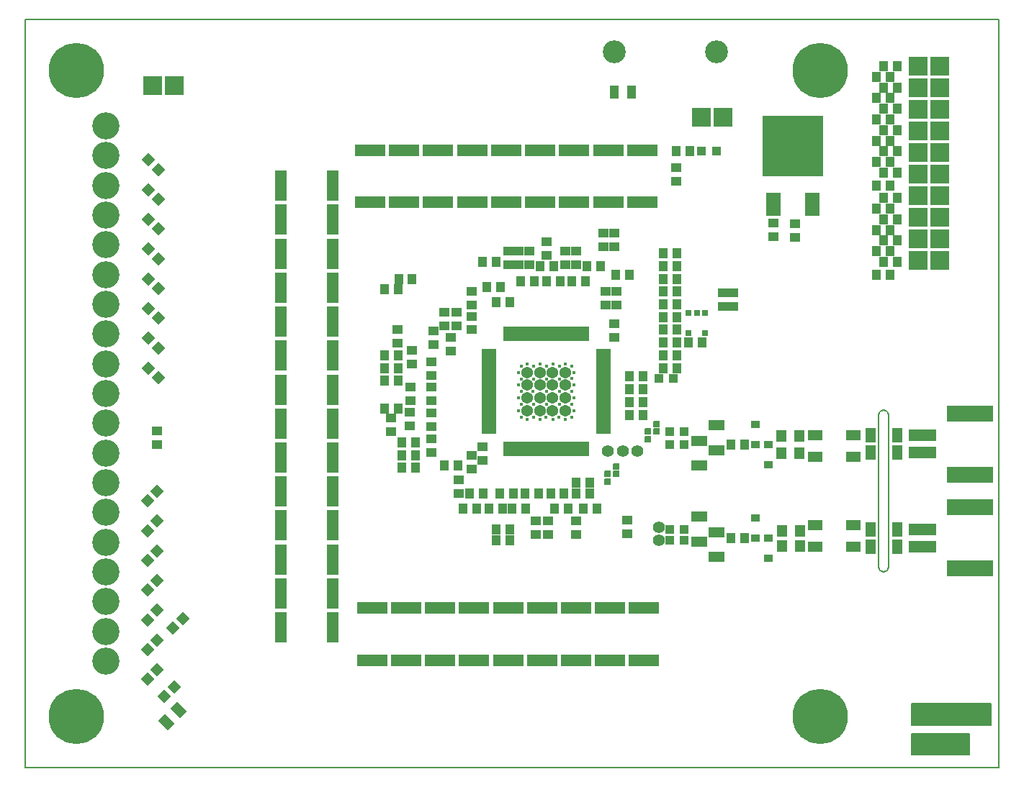
<source format=gbr>
G04 PROTEUS GERBER X2 FILE*
%TF.GenerationSoftware,Labcenter,Proteus,8.11-SP1-Build30228*%
%TF.CreationDate,2022-02-22T19:14:10+00:00*%
%TF.FileFunction,Soldermask,Top*%
%TF.FilePolarity,Negative*%
%TF.Part,Single*%
%TF.SameCoordinates,{6c2897ae-c00c-46c9-bae6-367ef81e3b77}*%
%FSLAX45Y45*%
%MOMM*%
G01*
%TA.AperFunction,Material*%
%ADD57C,0.050800*%
%ADD58C,0.381000*%
%AMPPAD053*
4,1,36,
-0.508000,0.711200,
0.508000,0.711200,
0.523580,0.709680,
0.537990,0.705320,
0.550940,0.698390,
0.562170,0.689170,
0.571390,0.677950,
0.578320,0.664990,
0.582680,0.650580,
0.584200,0.635000,
0.584200,-0.635000,
0.582680,-0.650580,
0.578320,-0.664990,
0.571390,-0.677950,
0.562170,-0.689170,
0.550940,-0.698390,
0.537990,-0.705320,
0.523580,-0.709680,
0.508000,-0.711200,
-0.508000,-0.711200,
-0.523580,-0.709680,
-0.537990,-0.705320,
-0.550940,-0.698390,
-0.562170,-0.689170,
-0.571390,-0.677950,
-0.578320,-0.664990,
-0.582680,-0.650580,
-0.584200,-0.635000,
-0.584200,0.635000,
-0.582680,0.650580,
-0.578320,0.664990,
-0.571390,0.677950,
-0.562170,0.689170,
-0.550940,0.698390,
-0.537990,0.705320,
-0.523580,0.709680,
-0.508000,0.711200,
0*%
%ADD59PPAD053*%
%AMPPAD054*
4,1,36,
-0.508000,0.838200,
0.508000,0.838200,
0.523580,0.836680,
0.537990,0.832320,
0.550940,0.825390,
0.562170,0.816170,
0.571390,0.804950,
0.578320,0.791990,
0.582680,0.777580,
0.584200,0.762000,
0.584200,-0.762000,
0.582680,-0.777580,
0.578320,-0.791990,
0.571390,-0.804950,
0.562170,-0.816170,
0.550940,-0.825390,
0.537990,-0.832320,
0.523580,-0.836680,
0.508000,-0.838200,
-0.508000,-0.838200,
-0.523580,-0.836680,
-0.537990,-0.832320,
-0.550940,-0.825390,
-0.562170,-0.816170,
-0.571390,-0.804950,
-0.578320,-0.791990,
-0.582680,-0.777580,
-0.584200,-0.762000,
-0.584200,0.762000,
-0.582680,0.777580,
-0.578320,0.791990,
-0.571390,0.804950,
-0.562170,0.816170,
-0.550940,0.825390,
-0.537990,0.832320,
-0.523580,0.836680,
-0.508000,0.838200,
0*%
%ADD60PPAD054*%
%TA.AperFunction,Material*%
%ADD61C,6.502400*%
%AMPPAD056*
4,1,36,
0.838200,0.508000,
0.838200,-0.508000,
0.836680,-0.523580,
0.832320,-0.537990,
0.825390,-0.550940,
0.816170,-0.562170,
0.804950,-0.571390,
0.791990,-0.578320,
0.777580,-0.582680,
0.762000,-0.584200,
-0.762000,-0.584200,
-0.777580,-0.582680,
-0.791990,-0.578320,
-0.804950,-0.571390,
-0.816170,-0.562170,
-0.825390,-0.550940,
-0.832320,-0.537990,
-0.836680,-0.523580,
-0.838200,-0.508000,
-0.838200,0.508000,
-0.836680,0.523580,
-0.832320,0.537990,
-0.825390,0.550940,
-0.816170,0.562170,
-0.804950,0.571390,
-0.791990,0.578320,
-0.777580,0.582680,
-0.762000,0.584200,
0.762000,0.584200,
0.777580,0.582680,
0.791990,0.578320,
0.804950,0.571390,
0.816170,0.562170,
0.825390,0.550940,
0.832320,0.537990,
0.836680,0.523580,
0.838200,0.508000,
0*%
%TA.AperFunction,Material*%
%ADD62PPAD056*%
%AMPPAD057*
4,1,36,
1.600200,0.635000,
1.600200,-0.635000,
1.598680,-0.650580,
1.594320,-0.664990,
1.587390,-0.677940,
1.578170,-0.689170,
1.566950,-0.698390,
1.553990,-0.705320,
1.539580,-0.709680,
1.524000,-0.711200,
-1.524000,-0.711200,
-1.539580,-0.709680,
-1.553990,-0.705320,
-1.566950,-0.698390,
-1.578170,-0.689170,
-1.587390,-0.677940,
-1.594320,-0.664990,
-1.598680,-0.650580,
-1.600200,-0.635000,
-1.600200,0.635000,
-1.598680,0.650580,
-1.594320,0.664990,
-1.587390,0.677940,
-1.578170,0.689170,
-1.566950,0.698390,
-1.553990,0.705320,
-1.539580,0.709680,
-1.524000,0.711200,
1.524000,0.711200,
1.539580,0.709680,
1.553990,0.705320,
1.566950,0.698390,
1.578170,0.689170,
1.587390,0.677940,
1.594320,0.664990,
1.598680,0.650580,
1.600200,0.635000,
0*%
%ADD63PPAD057*%
%AMPPAD058*
4,1,36,
2.717800,0.863600,
2.717800,-0.863600,
2.716280,-0.879180,
2.711920,-0.893590,
2.704990,-0.906540,
2.695770,-0.917770,
2.684550,-0.926990,
2.671590,-0.933920,
2.657180,-0.938280,
2.641600,-0.939800,
-2.641600,-0.939800,
-2.657180,-0.938280,
-2.671590,-0.933920,
-2.684550,-0.926990,
-2.695770,-0.917770,
-2.704990,-0.906540,
-2.711920,-0.893590,
-2.716280,-0.879180,
-2.717800,-0.863600,
-2.717800,0.863600,
-2.716280,0.879180,
-2.711920,0.893590,
-2.704990,0.906540,
-2.695770,0.917770,
-2.684550,0.926990,
-2.671590,0.933920,
-2.657180,0.938280,
-2.641600,0.939800,
2.641600,0.939800,
2.657180,0.938280,
2.671590,0.933920,
2.684550,0.926990,
2.695770,0.917770,
2.704990,0.906540,
2.711920,0.893590,
2.716280,0.879180,
2.717800,0.863600,
0*%
%ADD64PPAD058*%
%TA.AperFunction,Material*%
%ADD65C,3.200400*%
%AMPPAD060*
4,1,36,
1.778000,0.622300,
1.778000,-0.622300,
1.776480,-0.637880,
1.772120,-0.652290,
1.765190,-0.665240,
1.755970,-0.676470,
1.744750,-0.685690,
1.731790,-0.692620,
1.717380,-0.696980,
1.701800,-0.698500,
-1.701800,-0.698500,
-1.717380,-0.696980,
-1.731790,-0.692620,
-1.744750,-0.685690,
-1.755970,-0.676470,
-1.765190,-0.665240,
-1.772120,-0.652290,
-1.776480,-0.637880,
-1.778000,-0.622300,
-1.778000,0.622300,
-1.776480,0.637880,
-1.772120,0.652290,
-1.765190,0.665240,
-1.755970,0.676470,
-1.744750,0.685690,
-1.731790,0.692620,
-1.717380,0.696980,
-1.701800,0.698500,
1.701800,0.698500,
1.717380,0.696980,
1.731790,0.692620,
1.744750,0.685690,
1.755970,0.676470,
1.765190,0.665240,
1.772120,0.652290,
1.776480,0.637880,
1.778000,0.622300,
0*%
%TA.AperFunction,Material*%
%ADD66PPAD060*%
%AMPPAD061*
4,1,36,
-0.622300,1.778000,
0.622300,1.778000,
0.637880,1.776480,
0.652290,1.772120,
0.665240,1.765190,
0.676470,1.755970,
0.685690,1.744750,
0.692620,1.731790,
0.696980,1.717380,
0.698500,1.701800,
0.698500,-1.701800,
0.696980,-1.717380,
0.692620,-1.731790,
0.685690,-1.744750,
0.676470,-1.755970,
0.665240,-1.765190,
0.652290,-1.772120,
0.637880,-1.776480,
0.622300,-1.778000,
-0.622300,-1.778000,
-0.637880,-1.776480,
-0.652290,-1.772120,
-0.665240,-1.765190,
-0.676470,-1.755970,
-0.685690,-1.744750,
-0.692620,-1.731790,
-0.696980,-1.717380,
-0.698500,-1.701800,
-0.698500,1.701800,
-0.696980,1.717380,
-0.692620,1.731790,
-0.685690,1.744750,
-0.676470,1.755970,
-0.665240,1.765190,
-0.652290,1.772120,
-0.637880,1.776480,
-0.622300,1.778000,
0*%
%ADD67PPAD061*%
%AMPPAD062*
4,1,36,
0.469900,-0.571500,
-0.469900,-0.571500,
-0.485480,-0.569980,
-0.499890,-0.565620,
-0.512840,-0.558690,
-0.524070,-0.549470,
-0.533290,-0.538250,
-0.540220,-0.525290,
-0.544580,-0.510880,
-0.546100,-0.495300,
-0.546100,0.495300,
-0.544580,0.510880,
-0.540220,0.525290,
-0.533290,0.538250,
-0.524070,0.549470,
-0.512840,0.558690,
-0.499890,0.565620,
-0.485480,0.569980,
-0.469900,0.571500,
0.469900,0.571500,
0.485480,0.569980,
0.499890,0.565620,
0.512840,0.558690,
0.524070,0.549470,
0.533290,0.538250,
0.540220,0.525290,
0.544580,0.510880,
0.546100,0.495300,
0.546100,-0.495300,
0.544580,-0.510880,
0.540220,-0.525290,
0.533290,-0.538250,
0.524070,-0.549470,
0.512840,-0.558690,
0.499890,-0.565620,
0.485480,-0.569980,
0.469900,-0.571500,
0*%
%ADD68PPAD062*%
%AMPPAD063*
4,1,36,
0.571500,0.469900,
0.571500,-0.469900,
0.569980,-0.485480,
0.565620,-0.499890,
0.558690,-0.512840,
0.549470,-0.524070,
0.538250,-0.533290,
0.525290,-0.540220,
0.510880,-0.544580,
0.495300,-0.546100,
-0.495300,-0.546100,
-0.510880,-0.544580,
-0.525290,-0.540220,
-0.538250,-0.533290,
-0.549470,-0.524070,
-0.558690,-0.512840,
-0.565620,-0.499890,
-0.569980,-0.485480,
-0.571500,-0.469900,
-0.571500,0.469900,
-0.569980,0.485480,
-0.565620,0.499890,
-0.558690,0.512840,
-0.549470,0.524070,
-0.538250,0.533290,
-0.525290,0.540220,
-0.510880,0.544580,
-0.495300,0.546100,
0.495300,0.546100,
0.510880,0.544580,
0.525290,0.540220,
0.538250,0.533290,
0.549470,0.524070,
0.558690,0.512840,
0.565620,0.499890,
0.569980,0.485480,
0.571500,0.469900,
0*%
%ADD69PPAD063*%
%AMPPAD064*
4,1,36,
0.150000,-0.876200,
-0.150000,-0.876200,
-0.165580,-0.874680,
-0.179990,-0.870320,
-0.192940,-0.863390,
-0.204170,-0.854170,
-0.213390,-0.842950,
-0.220320,-0.829990,
-0.224680,-0.815580,
-0.226200,-0.800000,
-0.226200,0.800000,
-0.224680,0.815580,
-0.220320,0.829990,
-0.213390,0.842950,
-0.204170,0.854170,
-0.192940,0.863390,
-0.179990,0.870320,
-0.165580,0.874680,
-0.150000,0.876200,
0.150000,0.876200,
0.165580,0.874680,
0.179990,0.870320,
0.192940,0.863390,
0.204170,0.854170,
0.213390,0.842950,
0.220320,0.829990,
0.224680,0.815580,
0.226200,0.800000,
0.226200,-0.800000,
0.224680,-0.815580,
0.220320,-0.829990,
0.213390,-0.842950,
0.204170,-0.854170,
0.192940,-0.863390,
0.179990,-0.870320,
0.165580,-0.874680,
0.150000,-0.876200,
0*%
%TA.AperFunction,Material*%
%ADD74PPAD064*%
%AMPPAD065*
4,1,36,
0.876200,0.150000,
0.876200,-0.150000,
0.874680,-0.165580,
0.870320,-0.179990,
0.863390,-0.192940,
0.854170,-0.204170,
0.842950,-0.213390,
0.829990,-0.220320,
0.815580,-0.224680,
0.800000,-0.226200,
-0.800000,-0.226200,
-0.815580,-0.224680,
-0.829990,-0.220320,
-0.842950,-0.213390,
-0.854170,-0.204170,
-0.863390,-0.192940,
-0.870320,-0.179990,
-0.874680,-0.165580,
-0.876200,-0.150000,
-0.876200,0.150000,
-0.874680,0.165580,
-0.870320,0.179990,
-0.863390,0.192940,
-0.854170,0.204170,
-0.842950,0.213390,
-0.829990,0.220320,
-0.815580,0.224680,
-0.800000,0.226200,
0.800000,0.226200,
0.815580,0.224680,
0.829990,0.220320,
0.842950,0.213390,
0.854170,0.204170,
0.863390,0.192940,
0.870320,0.179990,
0.874680,0.165580,
0.876200,0.150000,
0*%
%ADD75PPAD065*%
%ADD76C,0.025400*%
%AMPPAD067*
4,1,36,
-0.444500,0.520700,
0.444500,0.520700,
0.460080,0.519180,
0.474490,0.514820,
0.487440,0.507890,
0.498670,0.498670,
0.507890,0.487450,
0.514820,0.474490,
0.519180,0.460080,
0.520700,0.444500,
0.520700,-0.444500,
0.519180,-0.460080,
0.514820,-0.474490,
0.507890,-0.487450,
0.498670,-0.498670,
0.487440,-0.507890,
0.474490,-0.514820,
0.460080,-0.519180,
0.444500,-0.520700,
-0.444500,-0.520700,
-0.460080,-0.519180,
-0.474490,-0.514820,
-0.487440,-0.507890,
-0.498670,-0.498670,
-0.507890,-0.487450,
-0.514820,-0.474490,
-0.519180,-0.460080,
-0.520700,-0.444500,
-0.520700,0.444500,
-0.519180,0.460080,
-0.514820,0.474490,
-0.507890,0.487450,
-0.498670,0.498670,
-0.487440,0.507890,
-0.474490,0.514820,
-0.460080,0.519180,
-0.444500,0.520700,
0*%
%TA.AperFunction,Material*%
%ADD77PPAD067*%
%AMPPAD068*
4,1,36,
1.092200,1.016000,
1.092200,-1.016000,
1.090680,-1.031580,
1.086320,-1.045990,
1.079390,-1.058940,
1.070170,-1.070170,
1.058950,-1.079390,
1.045990,-1.086320,
1.031580,-1.090680,
1.016000,-1.092200,
-1.016000,-1.092200,
-1.031580,-1.090680,
-1.045990,-1.086320,
-1.058950,-1.079390,
-1.070170,-1.070170,
-1.079390,-1.058940,
-1.086320,-1.045990,
-1.090680,-1.031580,
-1.092200,-1.016000,
-1.092200,1.016000,
-1.090680,1.031580,
-1.086320,1.045990,
-1.079390,1.058940,
-1.070170,1.070170,
-1.058950,1.079390,
-1.045990,1.086320,
-1.031580,1.090680,
-1.016000,1.092200,
1.016000,1.092200,
1.031580,1.090680,
1.045990,1.086320,
1.058950,1.079390,
1.070170,1.070170,
1.079390,1.058940,
1.086320,1.045990,
1.090680,1.031580,
1.092200,1.016000,
0*%
%TA.AperFunction,Material*%
%ADD78PPAD068*%
%AMPPAD069*
4,1,36,
0.520700,0.317500,
0.520700,-0.317500,
0.519180,-0.333080,
0.514820,-0.347490,
0.507890,-0.360440,
0.498670,-0.371670,
0.487450,-0.380890,
0.474490,-0.387820,
0.460080,-0.392180,
0.444500,-0.393700,
-0.444500,-0.393700,
-0.460080,-0.392180,
-0.474490,-0.387820,
-0.487450,-0.380890,
-0.498670,-0.371670,
-0.507890,-0.360440,
-0.514820,-0.347490,
-0.519180,-0.333080,
-0.520700,-0.317500,
-0.520700,0.317500,
-0.519180,0.333080,
-0.514820,0.347490,
-0.507890,0.360440,
-0.498670,0.371670,
-0.487450,0.380890,
-0.474490,0.387820,
-0.460080,0.392180,
-0.444500,0.393700,
0.444500,0.393700,
0.460080,0.392180,
0.474490,0.387820,
0.487450,0.380890,
0.498670,0.371670,
0.507890,0.360440,
0.514820,0.347490,
0.519180,0.333080,
0.520700,0.317500,
0*%
%TA.AperFunction,Material*%
%ADD79PPAD069*%
%AMPPAD070*
4,1,4,
0.901700,0.571500,
0.901700,-0.571500,
-0.901700,-0.571500,
-0.901700,0.571500,
0.901700,0.571500,
0*%
%ADD80PPAD070*%
%AMPPAD071*
4,1,36,
-0.304800,0.381000,
0.304800,0.381000,
0.320380,0.379480,
0.334790,0.375120,
0.347740,0.368190,
0.358970,0.358970,
0.368190,0.347750,
0.375120,0.334790,
0.379480,0.320380,
0.381000,0.304800,
0.381000,-0.304800,
0.379480,-0.320380,
0.375120,-0.334790,
0.368190,-0.347750,
0.358970,-0.358970,
0.347740,-0.368190,
0.334790,-0.375120,
0.320380,-0.379480,
0.304800,-0.381000,
-0.304800,-0.381000,
-0.320380,-0.379480,
-0.334790,-0.375120,
-0.347740,-0.368190,
-0.358970,-0.358970,
-0.368190,-0.347750,
-0.375120,-0.334790,
-0.379480,-0.320380,
-0.381000,-0.304800,
-0.381000,0.304800,
-0.379480,0.320380,
-0.375120,0.334790,
-0.368190,0.347750,
-0.358970,0.358970,
-0.347740,0.368190,
-0.334790,0.375120,
-0.320380,0.379480,
-0.304800,0.381000,
0*%
%ADD81PPAD071*%
%TA.AperFunction,Material*%
%ADD82C,1.422400*%
%TA.AperFunction,Material*%
%ADD83C,2.692400*%
%TA.AperFunction,Material*%
%ADD84C,1.371600*%
%AMPPAD075*
4,1,36,
0.071840,0.736380,
0.736380,0.071840,
0.746320,0.059750,
0.753430,0.046480,
0.757690,0.032420,
0.759110,0.017960,
0.757690,0.003510,
0.753430,-0.010560,
0.746320,-0.023830,
0.736380,-0.035920,
0.035920,-0.736380,
0.023830,-0.746320,
0.010560,-0.753430,
-0.003510,-0.757690,
-0.017960,-0.759110,
-0.032420,-0.757690,
-0.046480,-0.753430,
-0.059750,-0.746320,
-0.071840,-0.736380,
-0.736380,-0.071840,
-0.746320,-0.059750,
-0.753430,-0.046480,
-0.757690,-0.032420,
-0.759110,-0.017960,
-0.757690,-0.003510,
-0.753430,0.010560,
-0.746320,0.023830,
-0.736380,0.035920,
-0.035920,0.736380,
-0.023830,0.746320,
-0.010560,0.753430,
0.003510,0.757690,
0.017960,0.759110,
0.032420,0.757690,
0.046480,0.753430,
0.059750,0.746320,
0.071840,0.736380,
0*%
%TA.AperFunction,Material*%
%ADD85PPAD075*%
%AMPPAD076*
4,1,36,
0.736380,-0.071840,
0.071840,-0.736380,
0.059750,-0.746320,
0.046480,-0.753430,
0.032420,-0.757690,
0.017960,-0.759110,
0.003510,-0.757690,
-0.010560,-0.753430,
-0.023830,-0.746320,
-0.035920,-0.736380,
-0.736380,-0.035920,
-0.746320,-0.023830,
-0.753430,-0.010560,
-0.757690,0.003510,
-0.759110,0.017960,
-0.757690,0.032420,
-0.753430,0.046480,
-0.746320,0.059750,
-0.736380,0.071840,
-0.071840,0.736380,
-0.059750,0.746320,
-0.046480,0.753430,
-0.032420,0.757690,
-0.017960,0.759110,
-0.003510,0.757690,
0.010560,0.753430,
0.023830,0.746320,
0.035920,0.736380,
0.736380,0.035920,
0.746320,0.023830,
0.753430,0.010560,
0.757690,-0.003510,
0.759110,-0.017960,
0.757690,-0.032420,
0.753430,-0.046480,
0.746320,-0.059750,
0.736380,-0.071840,
0*%
%ADD86PPAD076*%
%AMPPAD077*
4,1,36,
-1.016000,1.092200,
1.016000,1.092200,
1.031580,1.090680,
1.045990,1.086320,
1.058940,1.079390,
1.070170,1.070170,
1.079390,1.058950,
1.086320,1.045990,
1.090680,1.031580,
1.092200,1.016000,
1.092200,-1.016000,
1.090680,-1.031580,
1.086320,-1.045990,
1.079390,-1.058950,
1.070170,-1.070170,
1.058940,-1.079390,
1.045990,-1.086320,
1.031580,-1.090680,
1.016000,-1.092200,
-1.016000,-1.092200,
-1.031580,-1.090680,
-1.045990,-1.086320,
-1.058940,-1.079390,
-1.070170,-1.070170,
-1.079390,-1.058950,
-1.086320,-1.045990,
-1.090680,-1.031580,
-1.092200,-1.016000,
-1.092200,1.016000,
-1.090680,1.031580,
-1.086320,1.045990,
-1.079390,1.058950,
-1.070170,1.070170,
-1.058940,1.079390,
-1.045990,1.086320,
-1.031580,1.090680,
-1.016000,1.092200,
0*%
%ADD87PPAD077*%
%AMPPAD078*
4,1,36,
-0.469900,0.800100,
0.469900,0.800100,
0.485480,0.798580,
0.499890,0.794220,
0.512840,0.787290,
0.524070,0.778070,
0.533290,0.766850,
0.540220,0.753890,
0.544580,0.739480,
0.546100,0.723900,
0.546100,-0.723900,
0.544580,-0.739480,
0.540220,-0.753890,
0.533290,-0.766850,
0.524070,-0.778070,
0.512840,-0.787290,
0.499890,-0.794220,
0.485480,-0.798580,
0.469900,-0.800100,
-0.469900,-0.800100,
-0.485480,-0.798580,
-0.499890,-0.794220,
-0.512840,-0.787290,
-0.524070,-0.778070,
-0.533290,-0.766850,
-0.540220,-0.753890,
-0.544580,-0.739480,
-0.546100,-0.723900,
-0.546100,0.723900,
-0.544580,0.739480,
-0.540220,0.753890,
-0.533290,0.766850,
-0.524070,0.778070,
-0.512840,0.787290,
-0.499890,0.794220,
-0.485480,0.798580,
-0.469900,0.800100,
0*%
%ADD88PPAD078*%
%AMPPAD079*
4,1,36,
-0.898030,0.233490,
-0.233490,0.898030,
-0.221400,0.907970,
-0.208120,0.915070,
-0.194070,0.919330,
-0.179610,0.920750,
-0.165150,0.919340,
-0.151090,0.915070,
-0.137820,0.907970,
-0.125720,0.898030,
0.898030,-0.125720,
0.907970,-0.137820,
0.915070,-0.151090,
0.919340,-0.165150,
0.920750,-0.179610,
0.919330,-0.194070,
0.915070,-0.208120,
0.907970,-0.221400,
0.898030,-0.233490,
0.233490,-0.898030,
0.221400,-0.907970,
0.208120,-0.915070,
0.194070,-0.919330,
0.179610,-0.920750,
0.165150,-0.919340,
0.151090,-0.915070,
0.137820,-0.907970,
0.125720,-0.898030,
-0.898030,0.125720,
-0.907970,0.137820,
-0.915070,0.151090,
-0.919340,0.165150,
-0.920750,0.179610,
-0.919330,0.194070,
-0.915070,0.208120,
-0.907970,0.221400,
-0.898030,0.233490,
0*%
%ADD89PPAD079*%
%AMPPAD080*
4,1,36,
0.254000,-0.368300,
-0.254000,-0.368300,
-0.264390,-0.367290,
-0.273990,-0.364380,
-0.282630,-0.359760,
-0.290110,-0.353610,
-0.296260,-0.346130,
-0.300880,-0.337490,
-0.303790,-0.327890,
-0.304800,-0.317500,
-0.304800,0.317500,
-0.303790,0.327890,
-0.300880,0.337490,
-0.296260,0.346130,
-0.290110,0.353610,
-0.282630,0.359760,
-0.273990,0.364380,
-0.264390,0.367290,
-0.254000,0.368300,
0.254000,0.368300,
0.264390,0.367290,
0.273990,0.364380,
0.282630,0.359760,
0.290110,0.353610,
0.296260,0.346130,
0.300880,0.337490,
0.303790,0.327890,
0.304800,0.317500,
0.304800,-0.317500,
0.303790,-0.327890,
0.300880,-0.337490,
0.296260,-0.346130,
0.290110,-0.353610,
0.282630,-0.359760,
0.273990,-0.364380,
0.264390,-0.367290,
0.254000,-0.368300,
0*%
%TA.AperFunction,Material*%
%ADD90PPAD080*%
%AMPPAD081*
4,1,36,
-0.762000,1.346200,
0.762000,1.346200,
0.777580,1.344680,
0.791990,1.340320,
0.804940,1.333390,
0.816170,1.324170,
0.825390,1.312950,
0.832320,1.299990,
0.836680,1.285580,
0.838200,1.270000,
0.838200,-1.270000,
0.836680,-1.285580,
0.832320,-1.299990,
0.825390,-1.312950,
0.816170,-1.324170,
0.804940,-1.333390,
0.791990,-1.340320,
0.777580,-1.344680,
0.762000,-1.346200,
-0.762000,-1.346200,
-0.777580,-1.344680,
-0.791990,-1.340320,
-0.804940,-1.333390,
-0.816170,-1.324170,
-0.825390,-1.312950,
-0.832320,-1.299990,
-0.836680,-1.285580,
-0.838200,-1.270000,
-0.838200,1.270000,
-0.836680,1.285580,
-0.832320,1.299990,
-0.825390,1.312950,
-0.816170,1.324170,
-0.804940,1.333390,
-0.791990,1.340320,
-0.777580,1.344680,
-0.762000,1.346200,
0*%
%TA.AperFunction,Material*%
%ADD91PPAD081*%
%AMPPAD082*
4,1,36,
-3.492500,3.568700,
3.492500,3.568700,
3.508080,3.567180,
3.522490,3.562820,
3.535440,3.555890,
3.546670,3.546670,
3.555890,3.535450,
3.562820,3.522490,
3.567180,3.508080,
3.568700,3.492500,
3.568700,-3.492500,
3.567180,-3.508080,
3.562820,-3.522490,
3.555890,-3.535450,
3.546670,-3.546670,
3.535440,-3.555890,
3.522490,-3.562820,
3.508080,-3.567180,
3.492500,-3.568700,
-3.492500,-3.568700,
-3.508080,-3.567180,
-3.522490,-3.562820,
-3.535440,-3.555890,
-3.546670,-3.546670,
-3.555890,-3.535450,
-3.562820,-3.522490,
-3.567180,-3.508080,
-3.568700,-3.492500,
-3.568700,3.492500,
-3.567180,3.508080,
-3.562820,3.522490,
-3.555890,3.535450,
-3.546670,3.546670,
-3.535440,3.555890,
-3.522490,3.562820,
-3.508080,3.567180,
-3.492500,3.568700,
0*%
%ADD92PPAD082*%
%TA.AperFunction,Material*%
%ADD51C,0.203200*%
%TA.AperFunction,Profile*%
%ADD47C,0.203200*%
%TD.AperFunction*%
G36*
X+5975000Y-1500000D02*
X+5975000Y-1250000D01*
X+6650000Y-1250000D01*
X+6650000Y-1500000D01*
X+5975000Y-1500000D01*
G37*
G36*
X+5975000Y-1150000D02*
X+5975000Y-900000D01*
X+6900000Y-900000D01*
X+6900000Y-1150000D01*
X+5975000Y-1150000D01*
G37*
D57*
X+2875000Y+2950000D03*
X+2825000Y+2875000D03*
X+2825000Y+2575000D03*
X+2825000Y+2725000D03*
X+2875000Y+2800000D03*
X+2875000Y+2650000D03*
X+2875000Y+2500000D03*
X+2350000Y+1819165D03*
X+2350000Y+1780835D03*
X+2450000Y+1800000D03*
X+2825000Y+2325000D03*
X+2825000Y+2280835D03*
X+2925000Y+2300000D03*
X+3025673Y+2324327D03*
X+3025000Y+2275000D03*
X+4013449Y+2075000D03*
X+4013449Y+2225000D03*
X+4213449Y+2150000D03*
X+4138449Y+2075000D03*
X+4138449Y+2225000D03*
X+4010040Y+975000D03*
X+4010040Y+1125000D03*
X+4135040Y+1125000D03*
X+4135040Y+975000D03*
X+4210040Y+1050000D03*
X+2225000Y+2800000D03*
X+2475000Y+2875000D03*
X+2225000Y+3050000D03*
X+2225000Y+3150000D03*
X+2550000Y+1800000D03*
X+1150000Y+1875000D03*
X+875000Y+1475000D03*
X+725000Y+1475000D03*
X+1225000Y+1950000D03*
X+625000Y+2200000D03*
X+650000Y+1975000D03*
X+550000Y+2125000D03*
X+525000Y+1975000D03*
X+525000Y+2775000D03*
X-1350000Y+3600000D03*
X-300000Y+3200000D03*
X+675000Y+3175000D03*
X+450000Y+3275000D03*
X+750000Y+3100000D03*
X+450000Y+3400000D03*
X+1050000Y+3625000D03*
X+900000Y+3775000D03*
X+1250000Y+3725000D03*
X+1175000Y+3925000D03*
X+1325000Y+3650000D03*
X+1000000Y+3925000D03*
X+1725000Y+3875000D03*
X+2400000Y+3350000D03*
X+2550000Y+3450000D03*
X+2250000Y+4175000D03*
X+2025000Y+3925000D03*
X+2250000Y+3900000D03*
X+2425000Y+4050000D03*
X+2175000Y+3825000D03*
X+2025000Y+3825000D03*
X+1150000Y+1475000D03*
X+1350000Y+1725000D03*
X+1425000Y+1800000D03*
X+1050000Y+1475000D03*
X+1775000Y+1475000D03*
X+1775000Y+1675000D03*
X+1750000Y+2225000D03*
X+1950000Y+1475000D03*
X+1575000Y+1975000D03*
X+1350000Y+1475000D03*
X+1550000Y+2225000D03*
X+1450000Y+1475000D03*
X-375000Y-275000D03*
X-375000Y+750000D03*
X+1225000Y-275000D03*
X+1550000Y+400000D03*
X+2025000Y-300000D03*
X+2025000Y+400000D03*
X+1900000Y+2225000D03*
X+2275000Y+1475000D03*
X+850000Y+4800000D03*
X+0Y+5500000D03*
X-1350000Y+400000D03*
X-650000Y+1050000D03*
X-1350000Y+1200000D03*
X-650000Y+1200000D03*
X-1350000Y+2800000D03*
X-300000Y+2900102D03*
X-1350000Y+5200000D03*
X-625000Y+4000000D03*
X-1350000Y+4400000D03*
X-625000Y+3875000D03*
X+2800000Y+5525000D03*
X+2575000Y+3950000D03*
X+375000Y+3850000D03*
X+900000Y+3650000D03*
X+1000000Y+4225000D03*
X+1525000Y+3800000D03*
X+1450000Y+3875000D03*
X+1100000Y+4225000D03*
X+1700000Y+3950000D03*
X+1750000Y+4175000D03*
X+825000Y+5500000D03*
X+950000Y+4800000D03*
X+2675000Y+1975000D03*
X+2225000Y+2900000D03*
D58*
X+1675000Y+2922320D03*
X+1827400Y+2922320D03*
X+1827400Y+2772460D03*
X+1827400Y+2620060D03*
X+1675000Y+2620060D03*
X+1522600Y+2620060D03*
X+1520060Y+2775000D03*
X+1675000Y+2775000D03*
X+1380360Y+2775000D03*
X+1380360Y+2620060D03*
X+1380360Y+2472740D03*
X+1522600Y+2472740D03*
X+1672460Y+2472740D03*
X+1824860Y+2472740D03*
X+1972180Y+2472740D03*
X+1972180Y+2620060D03*
X+1972180Y+2775000D03*
X+1972180Y+2924860D03*
X+1380360Y+2922320D03*
X+1525140Y+2922320D03*
X+1675000Y+3074720D03*
X+1827400Y+3074720D03*
X+1972180Y+3074720D03*
X+1525140Y+3074720D03*
X+1901060Y+2447340D03*
X+1751200Y+2447340D03*
X+1598800Y+2447340D03*
X+1448940Y+2447340D03*
X+1349880Y+2548940D03*
X+1349880Y+2696260D03*
X+1349880Y+2851200D03*
X+1349880Y+2998520D03*
X+1380360Y+3074720D03*
X+1451480Y+3100120D03*
X+1601340Y+3100120D03*
X+1751200Y+3100120D03*
X+1901060Y+3100120D03*
X+2002660Y+2998520D03*
X+2002660Y+2848660D03*
X+2002660Y+2696260D03*
X+2002660Y+2548940D03*
D57*
X-2650000Y-75000D03*
X-2875000Y-750000D03*
X-2950000Y-675000D03*
X-2775000Y+50000D03*
X-3075000Y-550000D03*
X-2750000Y-875000D03*
X+2875000Y+3200000D03*
X+5400000Y+4150000D03*
X+5400000Y+6475000D03*
X+2950000Y+4400000D03*
X+5400000Y+6225000D03*
X+2950000Y+4250000D03*
X+5400000Y+5975000D03*
X+2950000Y+4100000D03*
X+5400000Y+5725000D03*
X+2950000Y+3950000D03*
X+5400000Y+5475000D03*
X+2950000Y+3800000D03*
X+5400000Y+5200000D03*
X+2950000Y+3650000D03*
X+5400000Y+4925000D03*
X+2950000Y+3500000D03*
X+5400000Y+4675000D03*
X+2950000Y+3350000D03*
X+5400000Y+4425000D03*
X+2950000Y+3275000D03*
X+4600000Y+4500000D03*
X+3210000Y+3425000D03*
X+3210000Y+3575000D03*
X+3210000Y+3725000D03*
X+3210000Y+4025000D03*
X+3210000Y+3875000D03*
X+3210000Y+4175000D03*
X+3210000Y+4475000D03*
X+3210000Y+4325000D03*
X+3210000Y+3275000D03*
X+3210000Y+3125000D03*
X+2575000Y+2650000D03*
X+5601600Y+4058800D03*
X+2575000Y+2500000D03*
X+4350000Y+3950000D03*
X+3350000Y+4100000D03*
X+3425000Y+3950000D03*
X+1675024Y+4608924D03*
X+175000Y+4100000D03*
X+1125000Y+3500000D03*
X+900000Y+3875000D03*
X+650000Y+3000000D03*
X+50000Y+3350000D03*
X+550000Y+3000000D03*
X+25000Y+3500000D03*
X+175000Y+3325000D03*
X+450000Y+2725000D03*
X+200000Y+2775000D03*
X+625000Y+2575000D03*
X+550000Y+2500000D03*
X+200000Y+2500000D03*
X+200000Y+2375000D03*
X-25000Y+2375000D03*
X-1350000Y+2000000D03*
X-650000Y+2075000D03*
X+1050000Y+1975000D03*
X+425000Y-275000D03*
X+850000Y+400000D03*
X+1250000Y+1250000D03*
X+1275000Y+1500000D03*
X+1150000Y+1225000D03*
X+1925000Y+1675000D03*
X+2100000Y+1475000D03*
X+2300000Y+1575000D03*
X+4825000Y+4125000D03*
X+3325000Y+3125000D03*
X+1600000Y+5500000D03*
X+1600000Y+4825000D03*
X+2250000Y+4675000D03*
X+2125000Y+4175000D03*
X+1625000Y+4175000D03*
X+2550000Y+4050000D03*
X+200000Y+2650000D03*
X+2150000Y+925000D03*
X+1800000Y+925000D03*
X+1350000Y+925000D03*
X+700000Y+925000D03*
X-450000Y+1000000D03*
X-450000Y+2225000D03*
X-450000Y+2800000D03*
X-350000Y+3500000D03*
X-450000Y+3775000D03*
X-450000Y+4350000D03*
X+575000Y+4900000D03*
X+2000000Y+4900000D03*
X+2800000Y+4900000D03*
X+1325000Y+4900000D03*
X+2400000Y+5525000D03*
X+2250000Y+4850000D03*
X-275000Y+4900000D03*
X+200000Y+925000D03*
X+2475000Y+2575000D03*
X+2275000Y+2075000D03*
X+2225000Y+2600000D03*
D59*
X+4445040Y+1135000D03*
X+4658400Y+1135000D03*
X+4445040Y+955000D03*
X+4658400Y+955000D03*
D60*
X+5485040Y+1150000D03*
X+5800000Y+1150000D03*
X+5485040Y+950000D03*
X+5800000Y+950000D03*
X+5485040Y+2256476D03*
X+5800000Y+2256476D03*
X+5486173Y+2052545D03*
X+5801133Y+2052545D03*
D61*
X-3850000Y-1050000D03*
X-3850000Y+6550000D03*
X+4900000Y+6550000D03*
X+4900000Y-1050000D03*
D62*
X+4835040Y+1200000D03*
X+4835040Y+950000D03*
X+5285040Y+950000D03*
X+5285040Y+1200000D03*
X+4835040Y+2256476D03*
X+4835040Y+2006476D03*
X+5285040Y+2006476D03*
X+5285040Y+2256476D03*
D63*
X+6100000Y+950000D03*
X+6100000Y+1150000D03*
D64*
X+6660000Y+1410000D03*
X+6660000Y+690000D03*
D63*
X+6100000Y+2056476D03*
X+6100000Y+2256476D03*
D64*
X+6660000Y+2516476D03*
X+6660000Y+1796476D03*
D65*
X-3500000Y-400000D03*
X-3500000Y-50000D03*
X-3500000Y+300000D03*
X-3500000Y+650000D03*
X-3500000Y+1000000D03*
X-3500000Y+1350000D03*
X-3500000Y+1700000D03*
X-3500000Y+2050000D03*
X-3500000Y+2400000D03*
X-3500000Y+2750000D03*
X-3500000Y+3100000D03*
X-3500000Y+3450000D03*
X-3500000Y+3800000D03*
X-3500000Y+4150000D03*
X-3500000Y+4500000D03*
X-3500000Y+4850000D03*
X-3500000Y+5200000D03*
X-3500000Y+5550000D03*
X-3500000Y+5900000D03*
D66*
X+2803400Y+5612847D03*
X+2803400Y+5002847D03*
X+2403400Y+5612847D03*
X+2403400Y+5002847D03*
X+2003400Y+5612847D03*
X+2003400Y+5002847D03*
X+1603400Y+5612847D03*
X+1603400Y+5002847D03*
X+1203400Y+5612847D03*
X+1203400Y+5002847D03*
X+803400Y+5612847D03*
X+803400Y+5002847D03*
X+403400Y+5612847D03*
X+403400Y+5002847D03*
X+3400Y+5612847D03*
X+3400Y+5002847D03*
X-396600Y+5612847D03*
X-396600Y+5002847D03*
D67*
X-1446638Y+5197029D03*
X-836638Y+5197029D03*
X-1446638Y+4797029D03*
X-836638Y+4797029D03*
X-1446638Y+4397029D03*
X-836638Y+4397029D03*
D66*
X+2426350Y-386545D03*
X+2426350Y+223455D03*
X+2026350Y-386545D03*
X+2026350Y+223455D03*
X+1626350Y-386545D03*
X+1626350Y+223455D03*
X+1226350Y-386545D03*
X+1226350Y+223455D03*
X+826350Y-386545D03*
X+826350Y+223455D03*
X+2826350Y-386545D03*
X+2826350Y+223455D03*
X+426350Y-386545D03*
X+426350Y+223455D03*
X+26350Y-386545D03*
X+26350Y+223455D03*
X-373650Y-386545D03*
X-373650Y+223455D03*
D67*
X-1446638Y-2971D03*
X-836638Y-2971D03*
X-1446638Y+397029D03*
X-836638Y+397029D03*
X-1446638Y+797029D03*
X-836638Y+797029D03*
X-1446638Y+3997029D03*
X-836638Y+3997029D03*
X-1446638Y+3597029D03*
X-836638Y+3597029D03*
X-1446638Y+3197029D03*
X-836638Y+3197029D03*
X-1446638Y+2797029D03*
X-836638Y+2797029D03*
X-1446638Y+2397029D03*
X-836638Y+2397029D03*
X-1446638Y+1997029D03*
X-836638Y+1997029D03*
X-1446638Y+1597029D03*
X-836638Y+1597029D03*
X-1446638Y+1197029D03*
X-836638Y+1197029D03*
D68*
X+2650000Y+4150000D03*
X+2490000Y+4150000D03*
X+2310000Y+4250000D03*
X+2150000Y+4250000D03*
X+1760000Y+4250000D03*
X+1600000Y+4250000D03*
X+1085000Y+4300000D03*
X+925000Y+4300000D03*
X+1135000Y+4000000D03*
X+975000Y+4000000D03*
D69*
X+800000Y+3950000D03*
X+800000Y+3790000D03*
X+350000Y+3485000D03*
X+350000Y+3325000D03*
X-75000Y+3500000D03*
X-75000Y+3340000D03*
X+75000Y+2825000D03*
X+75000Y+2665000D03*
X-150000Y+2460000D03*
X-150000Y+2300000D03*
D68*
X+635000Y+1900000D03*
X+475000Y+1900000D03*
X+2275000Y+1400000D03*
X+2115000Y+1400000D03*
X+1935000Y+1400000D03*
X+1775000Y+1400000D03*
X+1435000Y+1400000D03*
X+1275000Y+1400000D03*
X+1160000Y+1400000D03*
X+1000000Y+1400000D03*
X+860000Y+1400000D03*
X+700000Y+1400000D03*
D74*
X+2150000Y+3450000D03*
X+2100000Y+3450000D03*
X+2050000Y+3450000D03*
X+2000000Y+3450000D03*
X+1950000Y+3450000D03*
X+1900000Y+3450000D03*
X+1850000Y+3450000D03*
X+1800000Y+3450000D03*
X+1750000Y+3450000D03*
X+1700000Y+3450000D03*
X+1650000Y+3450000D03*
X+1600000Y+3450000D03*
X+1550000Y+3450000D03*
X+1500000Y+3450000D03*
X+1450000Y+3450000D03*
X+1400000Y+3450000D03*
X+1350000Y+3450000D03*
X+1300000Y+3450000D03*
X+1250000Y+3450000D03*
X+1200000Y+3450000D03*
D75*
X+1000000Y+3250000D03*
X+1000000Y+3200000D03*
X+1000000Y+3150000D03*
X+1000000Y+3100000D03*
X+1000000Y+3050000D03*
X+1000000Y+3000000D03*
X+1000000Y+2950000D03*
X+1000000Y+2900000D03*
X+1000000Y+2850000D03*
X+1000000Y+2800000D03*
X+1000000Y+2750000D03*
X+1000000Y+2700000D03*
X+1000000Y+2650000D03*
X+1000000Y+2600000D03*
X+1000000Y+2550000D03*
X+1000000Y+2500000D03*
X+1000000Y+2450000D03*
X+1000000Y+2400000D03*
X+1000000Y+2350000D03*
X+1000000Y+2300000D03*
D74*
X+1200000Y+2100000D03*
X+1250000Y+2100000D03*
X+1300000Y+2100000D03*
X+1350000Y+2100000D03*
X+1400000Y+2100000D03*
X+1450000Y+2100000D03*
X+1500000Y+2100000D03*
X+1550000Y+2100000D03*
X+1600000Y+2100000D03*
X+1650000Y+2100000D03*
X+1700000Y+2100000D03*
X+1750000Y+2100000D03*
X+1800000Y+2100000D03*
X+1850000Y+2100000D03*
X+1900000Y+2100000D03*
X+1950000Y+2100000D03*
X+2000000Y+2100000D03*
X+2050000Y+2100000D03*
X+2100000Y+2100000D03*
X+2150000Y+2100000D03*
D75*
X+2350000Y+2300000D03*
X+2350000Y+2350000D03*
X+2350000Y+2400000D03*
X+2350000Y+2450000D03*
X+2350000Y+2500000D03*
X+2350000Y+2550000D03*
X+2350000Y+2600000D03*
X+2350000Y+2650000D03*
X+2350000Y+2700000D03*
X+2350000Y+2750000D03*
X+2350000Y+2800000D03*
X+2350000Y+2850000D03*
X+2350000Y+2900000D03*
X+2350000Y+2950000D03*
X+2350000Y+3000000D03*
X+2350000Y+3050000D03*
X+2350000Y+3100000D03*
X+2350000Y+3150000D03*
X+2350000Y+3200000D03*
X+2350000Y+3250000D03*
D76*
X+1675000Y+2775000D03*
D69*
X+2375000Y+3790000D03*
X+2375000Y+3950000D03*
D68*
X+2136350Y+4073455D03*
X+1976350Y+4073455D03*
X+1836350Y+4073455D03*
X+1676350Y+4073455D03*
X+1536350Y+4073455D03*
X+1376350Y+4073455D03*
X+1250000Y+3825000D03*
X+1090000Y+3825000D03*
D69*
X+800000Y+3660000D03*
X+800000Y+3500000D03*
X+550000Y+3410000D03*
X+550000Y+3250000D03*
X+326350Y+3123455D03*
X+326350Y+2963455D03*
X+326350Y+2823455D03*
X+326350Y+2663455D03*
X+326350Y+2523455D03*
X+326350Y+2363455D03*
D68*
X+2185000Y+1700000D03*
X+2025000Y+1700000D03*
X+1886350Y+1573455D03*
X+1726350Y+1573455D03*
X+1586350Y+1573455D03*
X+1426350Y+1573455D03*
X+1286350Y+1573455D03*
X+1126350Y+1573455D03*
D69*
X+800000Y+1865000D03*
X+800000Y+2025000D03*
X+326350Y+2053455D03*
X+326350Y+2213455D03*
X+2475000Y+4635000D03*
X+2475000Y+4475000D03*
X+1475000Y+4425000D03*
X+1475000Y+4265000D03*
D68*
X-225000Y+3975000D03*
X-65000Y+3975000D03*
D69*
X+625000Y+3710000D03*
X+625000Y+3550000D03*
X+2025000Y+1090000D03*
X+2025000Y+1250000D03*
D68*
X-25000Y+1875000D03*
X+135000Y+1875000D03*
X+1090000Y+1025000D03*
X+1250000Y+1025000D03*
X-225000Y+2575000D03*
X-65000Y+2575000D03*
X-225000Y+3200000D03*
X-65000Y+3200000D03*
D69*
X+2500000Y+3950000D03*
X+2500000Y+3790000D03*
X+1900000Y+4425000D03*
X+1900000Y+4265000D03*
X+2025000Y+4425000D03*
X+2025000Y+4265000D03*
X+1350000Y+4425000D03*
X+1350000Y+4265000D03*
X+1226350Y+4423455D03*
X+1226350Y+4263455D03*
X+2625000Y+1100000D03*
X+2625000Y+1260000D03*
X+1550000Y+1090000D03*
X+1550000Y+1250000D03*
D68*
X+776350Y+1573455D03*
X+936350Y+1573455D03*
D69*
X+650000Y+1573455D03*
X+650000Y+1733455D03*
X+1700000Y+1090000D03*
X+1700000Y+1250000D03*
D68*
X-25000Y+2025000D03*
X+135000Y+2025000D03*
D69*
X+475000Y+3710000D03*
X+475000Y+3550000D03*
D68*
X-225000Y+2900000D03*
X-65000Y+2900000D03*
X-25000Y+2175000D03*
X+135000Y+2175000D03*
X-225000Y+3050000D03*
X-65000Y+3050000D03*
X+2650000Y+2650000D03*
X+2810000Y+2650000D03*
X+2650000Y+2950000D03*
X+2810000Y+2950000D03*
X+2650000Y+2800000D03*
X+2810000Y+2800000D03*
X+2650000Y+2500000D03*
X+2810000Y+2500000D03*
X+3200000Y+5600000D03*
X+3360000Y+5600000D03*
D69*
X+4600000Y+4750000D03*
X+4600000Y+4590000D03*
D77*
X+3000000Y+2925000D03*
X+3172720Y+2925000D03*
D69*
X+4350000Y+4600000D03*
X+4350000Y+4760000D03*
X+3200000Y+5410000D03*
X+3200000Y+5250000D03*
X+2475000Y+3575000D03*
X+2475000Y+3415000D03*
D78*
X+6050000Y+6600000D03*
X+6050000Y+6346000D03*
X+6050000Y+6092000D03*
X+6050000Y+5838000D03*
X+6050000Y+5584000D03*
X+6050000Y+5330000D03*
X+6050000Y+5076000D03*
X+6050000Y+4822000D03*
X+6050000Y+4568000D03*
X+6050000Y+4314000D03*
X+6304000Y+4314000D03*
X+6304000Y+4568000D03*
X+6304000Y+4822000D03*
X+6304000Y+5076000D03*
X+6304000Y+5330000D03*
X+6304000Y+5584000D03*
X+6304000Y+5838000D03*
X+6304000Y+6092000D03*
X+6304000Y+6346000D03*
X+6304000Y+6600000D03*
D68*
X+3210000Y+3650000D03*
X+3050000Y+3650000D03*
X+3210000Y+3800000D03*
X+3050000Y+3800000D03*
X+3210000Y+3950000D03*
X+3050000Y+3950000D03*
X+3210000Y+4100000D03*
X+3050000Y+4100000D03*
X+3210000Y+4250000D03*
X+3050000Y+4250000D03*
X+3210000Y+4400000D03*
X+3050000Y+4400000D03*
X+5800000Y+6600000D03*
X+5640000Y+6600000D03*
X+5800000Y+6350000D03*
X+5640000Y+6350000D03*
X+5800000Y+6100000D03*
X+5640000Y+6100000D03*
X+5800000Y+5850000D03*
X+5640000Y+5850000D03*
X+5800000Y+5600000D03*
X+5640000Y+5600000D03*
X+5800000Y+5350000D03*
X+5640000Y+5350000D03*
X+5800000Y+5050000D03*
X+5640000Y+5050000D03*
X+5800000Y+4800000D03*
X+5640000Y+4800000D03*
X+5800000Y+4550000D03*
X+5640000Y+4550000D03*
X+5800000Y+4300000D03*
X+5640000Y+4300000D03*
D59*
X+4438449Y+2050000D03*
X+4651809Y+2050000D03*
X+4438449Y+2250000D03*
X+4651809Y+2250000D03*
D79*
X+4135040Y+1050000D03*
X+4135040Y+1284950D03*
X+4285040Y+1050000D03*
X+4285040Y+815050D03*
D68*
X+3850000Y+2150000D03*
X+4010000Y+2150000D03*
X+3850000Y+1050000D03*
X+4010000Y+1050000D03*
D80*
X+3675000Y+1115000D03*
X+3675000Y+825000D03*
X+3475000Y+1010000D03*
X+3475000Y+1300000D03*
D77*
X+3125000Y+2150000D03*
X+3297720Y+2150000D03*
X+3125000Y+2300000D03*
X+3297721Y+2300000D03*
X+3125000Y+1025000D03*
X+3297720Y+1025000D03*
X+3125000Y+1150000D03*
X+3297720Y+1150000D03*
D81*
X+2500000Y+1890000D03*
X+2500000Y+1800000D03*
X+2400000Y+1710000D03*
X+2400000Y+1800000D03*
X+2975000Y+2390000D03*
X+2975000Y+2300000D03*
X+2875000Y+2210000D03*
X+2875000Y+2300000D03*
D79*
X+4288449Y+2150000D03*
X+4288449Y+1915050D03*
X+4136169Y+2150000D03*
X+4136169Y+2384950D03*
D80*
X+3675000Y+2085000D03*
X+3675000Y+2375000D03*
X+3475000Y+2190000D03*
X+3475000Y+1900000D03*
D82*
X+2400000Y+2075000D03*
X+2750000Y+2075000D03*
X+2575000Y+2075000D03*
X+3000000Y+1025000D03*
X+3000000Y+1175000D03*
D83*
X+3675000Y+6775000D03*
D84*
X+1450980Y+2998940D03*
X+1600980Y+2998940D03*
X+1750980Y+2998940D03*
X+1900980Y+2998940D03*
X+1900980Y+2848940D03*
X+1750980Y+2848940D03*
X+1600980Y+2848940D03*
X+1450980Y+2848940D03*
X+1450980Y+2698940D03*
X+1600980Y+2698940D03*
X+1750980Y+2698940D03*
X+1900980Y+2698940D03*
X+1450980Y+2548940D03*
X+1600980Y+2548940D03*
X+1750980Y+2548940D03*
X+1900980Y+2548940D03*
D77*
X+3500000Y+5600000D03*
X+3675000Y+5600000D03*
D85*
X-3000000Y+5500000D03*
X-2886863Y+5386863D03*
D86*
X-2900000Y-500000D03*
X-3013137Y-613137D03*
X-2900000Y-150000D03*
X-3013137Y-263137D03*
X-2900000Y+200000D03*
X-3013137Y+86863D03*
X-2900000Y+550000D03*
X-3013137Y+436863D03*
X-2900000Y+900000D03*
X-3013137Y+786863D03*
X-2900000Y+1250000D03*
X-3013137Y+1136863D03*
X-2900000Y+1600000D03*
X-3013137Y+1486863D03*
D69*
X-2900000Y+2310000D03*
X-2900000Y+2150000D03*
D85*
X-3000000Y+3050000D03*
X-2886863Y+2936863D03*
X-3000000Y+3400000D03*
X-2886863Y+3286863D03*
X-3000000Y+3750000D03*
X-2886863Y+3636863D03*
X-3000000Y+4100000D03*
X-2886863Y+3986863D03*
X-3000000Y+4450000D03*
X-2886863Y+4336863D03*
X-3000000Y+4800000D03*
X-2886863Y+4686863D03*
X-3000000Y+5150000D03*
X-2886863Y+5036863D03*
D86*
X-2700000Y-700000D03*
X-2813137Y-813137D03*
X-2600000Y+100000D03*
X-2713137Y-13137D03*
D87*
X+3500000Y+6000000D03*
X+3754000Y+6000000D03*
D83*
X+2475000Y+6775000D03*
D88*
X+2475000Y+6300000D03*
X+2675000Y+6300000D03*
D89*
X-2791422Y-1116422D03*
X-2650000Y-975000D03*
D68*
X+3050000Y+3500000D03*
X+3210000Y+3500000D03*
X+3050000Y+3050000D03*
X+3210000Y+3050000D03*
X+3050000Y+3200000D03*
X+3210000Y+3200000D03*
X+3050000Y+3350000D03*
X+3210000Y+3350000D03*
X+5560000Y+6475000D03*
X+5720000Y+6475000D03*
X+5560000Y+6227500D03*
X+5720000Y+6227500D03*
X+5560000Y+5975000D03*
X+5720000Y+5975000D03*
X+5560000Y+5725000D03*
X+5720000Y+5725000D03*
X+5560000Y+5475000D03*
X+5720000Y+5475000D03*
X+5560000Y+5200000D03*
X+5720000Y+5200000D03*
X+5560000Y+4922500D03*
X+5720000Y+4922500D03*
X+5560000Y+4675000D03*
X+5720000Y+4675000D03*
X+5560000Y+4425000D03*
X+5720000Y+4425000D03*
X+5560000Y+4150000D03*
X+5720000Y+4150000D03*
D90*
X+3540500Y+3700000D03*
X+3446520Y+3700000D03*
X+3350000Y+3700000D03*
X+3350000Y+3461240D03*
X+3540500Y+3461240D03*
D68*
X+3510000Y+3350000D03*
X+3350000Y+3350000D03*
D69*
X+3875000Y+3775000D03*
X+3875000Y+3935000D03*
X+3750000Y+3775000D03*
X+3750000Y+3935000D03*
X+2350000Y+4475000D03*
X+2350000Y+4635000D03*
X+1675000Y+4375000D03*
X+1675000Y+4535000D03*
D68*
X-60000Y+4100000D03*
X+100000Y+4100000D03*
D69*
X+100000Y+3100000D03*
X+100000Y+3260000D03*
X+72500Y+2530000D03*
X+72500Y+2370000D03*
X+925000Y+2125000D03*
X+925000Y+1965000D03*
D68*
X+1250000Y+1150000D03*
X+1090000Y+1150000D03*
X+2025000Y+1575000D03*
X+2185000Y+1575000D03*
D87*
X-2950000Y+6375000D03*
X-2696000Y+6375000D03*
D91*
X+4350000Y+4975000D03*
X+4807200Y+4975000D03*
D92*
X+4578600Y+5665880D03*
D51*
X+5975000Y-1500000D02*
X+6650000Y-1500000D01*
X+6650000Y-1250000D01*
X+5975000Y-1250000D01*
X+5975000Y-1500000D01*
X+5975000Y-1150000D02*
X+6900000Y-1150000D01*
X+6900000Y-900000D01*
X+5975000Y-900000D01*
X+5975000Y-1150000D01*
D47*
X-4450000Y-1650000D02*
X+7000000Y-1650000D01*
X+7000000Y+7150000D01*
X-4450000Y+7150000D01*
X-4450000Y-1650000D01*
X+5641340Y+2554820D02*
X+5663332Y+2550509D01*
X+5681067Y+2538667D01*
X+5692909Y+2520932D01*
X+5697220Y+2498940D01*
X+5641340Y+2554820D02*
X+5619348Y+2550509D01*
X+5601613Y+2538667D01*
X+5589771Y+2520932D01*
X+5585460Y+2498940D01*
X+5641340Y+652360D02*
X+5619348Y+656671D01*
X+5601613Y+668513D01*
X+5589771Y+686248D01*
X+5585460Y+708240D01*
X+5641340Y+652360D02*
X+5663332Y+656671D01*
X+5681067Y+668513D01*
X+5692909Y+686248D01*
X+5697220Y+708240D01*
X+5585460Y+705700D02*
X+5585460Y+2498940D01*
X+5697220Y+2498940D02*
X+5697220Y+708240D01*
M02*

</source>
